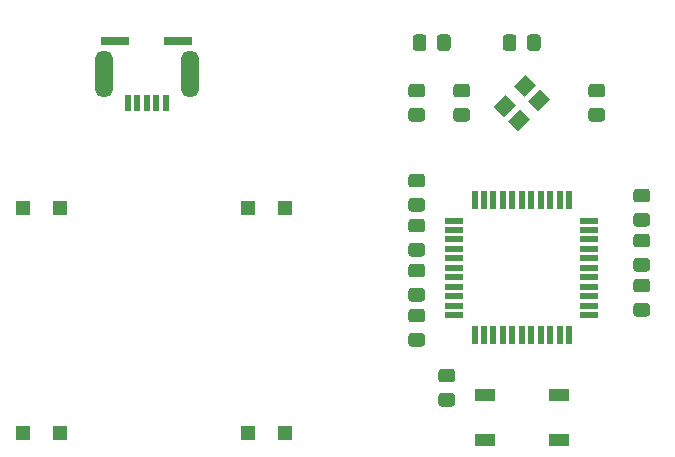
<source format=gbp>
%TF.GenerationSoftware,KiCad,Pcbnew,(5.1.6)-1*%
%TF.CreationDate,2020-08-17T19:43:53-04:00*%
%TF.ProjectId,keeb_v1,6b656562-5f76-4312-9e6b-696361645f70,rev?*%
%TF.SameCoordinates,Original*%
%TF.FileFunction,Paste,Bot*%
%TF.FilePolarity,Positive*%
%FSLAX46Y46*%
G04 Gerber Fmt 4.6, Leading zero omitted, Abs format (unit mm)*
G04 Created by KiCad (PCBNEW (5.1.6)-1) date 2020-08-17 19:43:53*
%MOMM*%
%LPD*%
G01*
G04 APERTURE LIST*
%ADD10R,1.500000X0.550000*%
%ADD11R,0.550000X1.500000*%
%ADD12R,1.200000X1.200000*%
%ADD13R,2.350000X0.800000*%
%ADD14R,0.500000X1.400000*%
%ADD15O,1.500000X4.000000*%
%ADD16R,1.700000X1.000000*%
%ADD17C,0.100000*%
G04 APERTURE END LIST*
D10*
%TO.C,U1*%
X121300000Y-118300000D03*
X121300000Y-117500000D03*
X121300000Y-116700000D03*
X121300000Y-115900000D03*
X121300000Y-115100000D03*
X121300000Y-114300000D03*
X121300000Y-113500000D03*
X121300000Y-112700000D03*
X121300000Y-111900000D03*
X121300000Y-111100000D03*
X121300000Y-110300000D03*
D11*
X123000000Y-108600000D03*
X123800000Y-108600000D03*
X124600000Y-108600000D03*
X125400000Y-108600000D03*
X126200000Y-108600000D03*
X127000000Y-108600000D03*
X127800000Y-108600000D03*
X128600000Y-108600000D03*
X129400000Y-108600000D03*
X130200000Y-108600000D03*
X131000000Y-108600000D03*
D10*
X132700000Y-110300000D03*
X132700000Y-111100000D03*
X132700000Y-111900000D03*
X132700000Y-112700000D03*
X132700000Y-113500000D03*
X132700000Y-114300000D03*
X132700000Y-115100000D03*
X132700000Y-115900000D03*
X132700000Y-116700000D03*
X132700000Y-117500000D03*
X132700000Y-118300000D03*
D11*
X131000000Y-120000000D03*
X130200000Y-120000000D03*
X129400000Y-120000000D03*
X128600000Y-120000000D03*
X127800000Y-120000000D03*
X127000000Y-120000000D03*
X126200000Y-120000000D03*
X125400000Y-120000000D03*
X124600000Y-120000000D03*
X123800000Y-120000000D03*
X123000000Y-120000000D03*
%TD*%
%TO.C,C1*%
G36*
G01*
X122370001Y-101930000D02*
X121469999Y-101930000D01*
G75*
G02*
X121220000Y-101680001I0J249999D01*
G01*
X121220000Y-101029999D01*
G75*
G02*
X121469999Y-100780000I249999J0D01*
G01*
X122370001Y-100780000D01*
G75*
G02*
X122620000Y-101029999I0J-249999D01*
G01*
X122620000Y-101680001D01*
G75*
G02*
X122370001Y-101930000I-249999J0D01*
G01*
G37*
G36*
G01*
X122370001Y-99880000D02*
X121469999Y-99880000D01*
G75*
G02*
X121220000Y-99630001I0J249999D01*
G01*
X121220000Y-98979999D01*
G75*
G02*
X121469999Y-98730000I249999J0D01*
G01*
X122370001Y-98730000D01*
G75*
G02*
X122620000Y-98979999I0J-249999D01*
G01*
X122620000Y-99630001D01*
G75*
G02*
X122370001Y-99880000I-249999J0D01*
G01*
G37*
%TD*%
%TO.C,C2*%
G36*
G01*
X133800001Y-99880000D02*
X132899999Y-99880000D01*
G75*
G02*
X132650000Y-99630001I0J249999D01*
G01*
X132650000Y-98979999D01*
G75*
G02*
X132899999Y-98730000I249999J0D01*
G01*
X133800001Y-98730000D01*
G75*
G02*
X134050000Y-98979999I0J-249999D01*
G01*
X134050000Y-99630001D01*
G75*
G02*
X133800001Y-99880000I-249999J0D01*
G01*
G37*
G36*
G01*
X133800001Y-101930000D02*
X132899999Y-101930000D01*
G75*
G02*
X132650000Y-101680001I0J249999D01*
G01*
X132650000Y-101029999D01*
G75*
G02*
X132899999Y-100780000I249999J0D01*
G01*
X133800001Y-100780000D01*
G75*
G02*
X134050000Y-101029999I0J-249999D01*
G01*
X134050000Y-101680001D01*
G75*
G02*
X133800001Y-101930000I-249999J0D01*
G01*
G37*
%TD*%
%TO.C,C3*%
G36*
G01*
X136709999Y-117290000D02*
X137610001Y-117290000D01*
G75*
G02*
X137860000Y-117539999I0J-249999D01*
G01*
X137860000Y-118190001D01*
G75*
G02*
X137610001Y-118440000I-249999J0D01*
G01*
X136709999Y-118440000D01*
G75*
G02*
X136460000Y-118190001I0J249999D01*
G01*
X136460000Y-117539999D01*
G75*
G02*
X136709999Y-117290000I249999J0D01*
G01*
G37*
G36*
G01*
X136709999Y-115240000D02*
X137610001Y-115240000D01*
G75*
G02*
X137860000Y-115489999I0J-249999D01*
G01*
X137860000Y-116140001D01*
G75*
G02*
X137610001Y-116390000I-249999J0D01*
G01*
X136709999Y-116390000D01*
G75*
G02*
X136460000Y-116140001I0J249999D01*
G01*
X136460000Y-115489999D01*
G75*
G02*
X136709999Y-115240000I249999J0D01*
G01*
G37*
%TD*%
%TO.C,C4*%
G36*
G01*
X136709999Y-107620000D02*
X137610001Y-107620000D01*
G75*
G02*
X137860000Y-107869999I0J-249999D01*
G01*
X137860000Y-108520001D01*
G75*
G02*
X137610001Y-108770000I-249999J0D01*
G01*
X136709999Y-108770000D01*
G75*
G02*
X136460000Y-108520001I0J249999D01*
G01*
X136460000Y-107869999D01*
G75*
G02*
X136709999Y-107620000I249999J0D01*
G01*
G37*
G36*
G01*
X136709999Y-109670000D02*
X137610001Y-109670000D01*
G75*
G02*
X137860000Y-109919999I0J-249999D01*
G01*
X137860000Y-110570001D01*
G75*
G02*
X137610001Y-110820000I-249999J0D01*
G01*
X136709999Y-110820000D01*
G75*
G02*
X136460000Y-110570001I0J249999D01*
G01*
X136460000Y-109919999D01*
G75*
G02*
X136709999Y-109670000I249999J0D01*
G01*
G37*
%TD*%
%TO.C,C5*%
G36*
G01*
X118560001Y-111310000D02*
X117659999Y-111310000D01*
G75*
G02*
X117410000Y-111060001I0J249999D01*
G01*
X117410000Y-110409999D01*
G75*
G02*
X117659999Y-110160000I249999J0D01*
G01*
X118560001Y-110160000D01*
G75*
G02*
X118810000Y-110409999I0J-249999D01*
G01*
X118810000Y-111060001D01*
G75*
G02*
X118560001Y-111310000I-249999J0D01*
G01*
G37*
G36*
G01*
X118560001Y-113360000D02*
X117659999Y-113360000D01*
G75*
G02*
X117410000Y-113110001I0J249999D01*
G01*
X117410000Y-112459999D01*
G75*
G02*
X117659999Y-112210000I249999J0D01*
G01*
X118560001Y-112210000D01*
G75*
G02*
X118810000Y-112459999I0J-249999D01*
G01*
X118810000Y-113110001D01*
G75*
G02*
X118560001Y-113360000I-249999J0D01*
G01*
G37*
%TD*%
%TO.C,C6*%
G36*
G01*
X118560001Y-101930000D02*
X117659999Y-101930000D01*
G75*
G02*
X117410000Y-101680001I0J249999D01*
G01*
X117410000Y-101029999D01*
G75*
G02*
X117659999Y-100780000I249999J0D01*
G01*
X118560001Y-100780000D01*
G75*
G02*
X118810000Y-101029999I0J-249999D01*
G01*
X118810000Y-101680001D01*
G75*
G02*
X118560001Y-101930000I-249999J0D01*
G01*
G37*
G36*
G01*
X118560001Y-99880000D02*
X117659999Y-99880000D01*
G75*
G02*
X117410000Y-99630001I0J249999D01*
G01*
X117410000Y-98979999D01*
G75*
G02*
X117659999Y-98730000I249999J0D01*
G01*
X118560001Y-98730000D01*
G75*
G02*
X118810000Y-98979999I0J-249999D01*
G01*
X118810000Y-99630001D01*
G75*
G02*
X118560001Y-99880000I-249999J0D01*
G01*
G37*
%TD*%
%TO.C,C7*%
G36*
G01*
X118560001Y-115120000D02*
X117659999Y-115120000D01*
G75*
G02*
X117410000Y-114870001I0J249999D01*
G01*
X117410000Y-114219999D01*
G75*
G02*
X117659999Y-113970000I249999J0D01*
G01*
X118560001Y-113970000D01*
G75*
G02*
X118810000Y-114219999I0J-249999D01*
G01*
X118810000Y-114870001D01*
G75*
G02*
X118560001Y-115120000I-249999J0D01*
G01*
G37*
G36*
G01*
X118560001Y-117170000D02*
X117659999Y-117170000D01*
G75*
G02*
X117410000Y-116920001I0J249999D01*
G01*
X117410000Y-116269999D01*
G75*
G02*
X117659999Y-116020000I249999J0D01*
G01*
X118560001Y-116020000D01*
G75*
G02*
X118810000Y-116269999I0J-249999D01*
G01*
X118810000Y-116920001D01*
G75*
G02*
X118560001Y-117170000I-249999J0D01*
G01*
G37*
%TD*%
%TO.C,C8*%
G36*
G01*
X118560001Y-120980000D02*
X117659999Y-120980000D01*
G75*
G02*
X117410000Y-120730001I0J249999D01*
G01*
X117410000Y-120079999D01*
G75*
G02*
X117659999Y-119830000I249999J0D01*
G01*
X118560001Y-119830000D01*
G75*
G02*
X118810000Y-120079999I0J-249999D01*
G01*
X118810000Y-120730001D01*
G75*
G02*
X118560001Y-120980000I-249999J0D01*
G01*
G37*
G36*
G01*
X118560001Y-118930000D02*
X117659999Y-118930000D01*
G75*
G02*
X117410000Y-118680001I0J249999D01*
G01*
X117410000Y-118029999D01*
G75*
G02*
X117659999Y-117780000I249999J0D01*
G01*
X118560001Y-117780000D01*
G75*
G02*
X118810000Y-118029999I0J-249999D01*
G01*
X118810000Y-118680001D01*
G75*
G02*
X118560001Y-118930000I-249999J0D01*
G01*
G37*
%TD*%
%TO.C,C9*%
G36*
G01*
X118560001Y-109550000D02*
X117659999Y-109550000D01*
G75*
G02*
X117410000Y-109300001I0J249999D01*
G01*
X117410000Y-108649999D01*
G75*
G02*
X117659999Y-108400000I249999J0D01*
G01*
X118560001Y-108400000D01*
G75*
G02*
X118810000Y-108649999I0J-249999D01*
G01*
X118810000Y-109300001D01*
G75*
G02*
X118560001Y-109550000I-249999J0D01*
G01*
G37*
G36*
G01*
X118560001Y-107500000D02*
X117659999Y-107500000D01*
G75*
G02*
X117410000Y-107250001I0J249999D01*
G01*
X117410000Y-106599999D01*
G75*
G02*
X117659999Y-106350000I249999J0D01*
G01*
X118560001Y-106350000D01*
G75*
G02*
X118810000Y-106599999I0J-249999D01*
G01*
X118810000Y-107250001D01*
G75*
G02*
X118560001Y-107500000I-249999J0D01*
G01*
G37*
%TD*%
D12*
%TO.C,D1*%
X84785000Y-109220000D03*
X87935000Y-109220000D03*
%TD*%
%TO.C,D2*%
X87935000Y-128270000D03*
X84785000Y-128270000D03*
%TD*%
%TO.C,D3*%
X106985000Y-109220000D03*
X103835000Y-109220000D03*
%TD*%
%TO.C,D4*%
X103835000Y-128270000D03*
X106985000Y-128270000D03*
%TD*%
D13*
%TO.C,J1*%
X97925000Y-95130000D03*
X92575000Y-95130000D03*
D14*
X93650000Y-100330000D03*
X94450000Y-100330000D03*
X95250000Y-100330000D03*
X96050000Y-100330000D03*
X96850000Y-100330000D03*
D15*
X91600000Y-97930000D03*
X98900000Y-97930000D03*
%TD*%
%TO.C,R1*%
G36*
G01*
X121100001Y-126060000D02*
X120199999Y-126060000D01*
G75*
G02*
X119950000Y-125810001I0J249999D01*
G01*
X119950000Y-125159999D01*
G75*
G02*
X120199999Y-124910000I249999J0D01*
G01*
X121100001Y-124910000D01*
G75*
G02*
X121350000Y-125159999I0J-249999D01*
G01*
X121350000Y-125810001D01*
G75*
G02*
X121100001Y-126060000I-249999J0D01*
G01*
G37*
G36*
G01*
X121100001Y-124010000D02*
X120199999Y-124010000D01*
G75*
G02*
X119950000Y-123760001I0J249999D01*
G01*
X119950000Y-123109999D01*
G75*
G02*
X120199999Y-122860000I249999J0D01*
G01*
X121100001Y-122860000D01*
G75*
G02*
X121350000Y-123109999I0J-249999D01*
G01*
X121350000Y-123760001D01*
G75*
G02*
X121100001Y-124010000I-249999J0D01*
G01*
G37*
%TD*%
%TO.C,R2*%
G36*
G01*
X136709999Y-113480000D02*
X137610001Y-113480000D01*
G75*
G02*
X137860000Y-113729999I0J-249999D01*
G01*
X137860000Y-114380001D01*
G75*
G02*
X137610001Y-114630000I-249999J0D01*
G01*
X136709999Y-114630000D01*
G75*
G02*
X136460000Y-114380001I0J249999D01*
G01*
X136460000Y-113729999D01*
G75*
G02*
X136709999Y-113480000I249999J0D01*
G01*
G37*
G36*
G01*
X136709999Y-111430000D02*
X137610001Y-111430000D01*
G75*
G02*
X137860000Y-111679999I0J-249999D01*
G01*
X137860000Y-112330001D01*
G75*
G02*
X137610001Y-112580000I-249999J0D01*
G01*
X136709999Y-112580000D01*
G75*
G02*
X136460000Y-112330001I0J249999D01*
G01*
X136460000Y-111679999D01*
G75*
G02*
X136709999Y-111430000I249999J0D01*
G01*
G37*
%TD*%
%TO.C,R3*%
G36*
G01*
X128600000Y-94799999D02*
X128600000Y-95700001D01*
G75*
G02*
X128350001Y-95950000I-249999J0D01*
G01*
X127699999Y-95950000D01*
G75*
G02*
X127450000Y-95700001I0J249999D01*
G01*
X127450000Y-94799999D01*
G75*
G02*
X127699999Y-94550000I249999J0D01*
G01*
X128350001Y-94550000D01*
G75*
G02*
X128600000Y-94799999I0J-249999D01*
G01*
G37*
G36*
G01*
X126550000Y-94799999D02*
X126550000Y-95700001D01*
G75*
G02*
X126300001Y-95950000I-249999J0D01*
G01*
X125649999Y-95950000D01*
G75*
G02*
X125400000Y-95700001I0J249999D01*
G01*
X125400000Y-94799999D01*
G75*
G02*
X125649999Y-94550000I249999J0D01*
G01*
X126300001Y-94550000D01*
G75*
G02*
X126550000Y-94799999I0J-249999D01*
G01*
G37*
%TD*%
%TO.C,R4*%
G36*
G01*
X118930000Y-94799999D02*
X118930000Y-95700001D01*
G75*
G02*
X118680001Y-95950000I-249999J0D01*
G01*
X118029999Y-95950000D01*
G75*
G02*
X117780000Y-95700001I0J249999D01*
G01*
X117780000Y-94799999D01*
G75*
G02*
X118029999Y-94550000I249999J0D01*
G01*
X118680001Y-94550000D01*
G75*
G02*
X118930000Y-94799999I0J-249999D01*
G01*
G37*
G36*
G01*
X120980000Y-94799999D02*
X120980000Y-95700001D01*
G75*
G02*
X120730001Y-95950000I-249999J0D01*
G01*
X120079999Y-95950000D01*
G75*
G02*
X119830000Y-95700001I0J249999D01*
G01*
X119830000Y-94799999D01*
G75*
G02*
X120079999Y-94550000I249999J0D01*
G01*
X120730001Y-94550000D01*
G75*
G02*
X120980000Y-94799999I0J-249999D01*
G01*
G37*
%TD*%
D16*
%TO.C,SW1*%
X123850000Y-128900000D03*
X130150000Y-128900000D03*
X123850000Y-125100000D03*
X130150000Y-125100000D03*
%TD*%
D17*
%TO.C,X1*%
G36*
X126681802Y-102698808D02*
G01*
X125833274Y-101850280D01*
X126823224Y-100860330D01*
X127671752Y-101708858D01*
X126681802Y-102698808D01*
G37*
G36*
X128378858Y-101001752D02*
G01*
X127530330Y-100153224D01*
X128520280Y-99163274D01*
X129368808Y-100011802D01*
X128378858Y-101001752D01*
G37*
G36*
X125479720Y-101496726D02*
G01*
X124631192Y-100648198D01*
X125621142Y-99658248D01*
X126469670Y-100506776D01*
X125479720Y-101496726D01*
G37*
G36*
X127176776Y-99799670D02*
G01*
X126328248Y-98951142D01*
X127318198Y-97961192D01*
X128166726Y-98809720D01*
X127176776Y-99799670D01*
G37*
%TD*%
M02*

</source>
